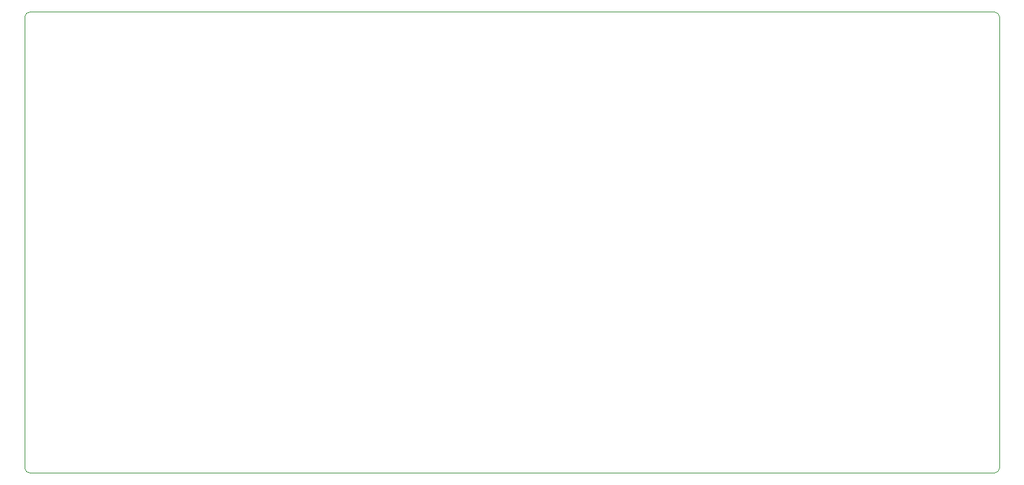
<source format=gm1>
%TF.GenerationSoftware,KiCad,Pcbnew,(5.1.9)-1*%
%TF.CreationDate,2022-04-18T12:46:42-05:00*%
%TF.ProjectId,Controllers,436f6e74-726f-46c6-9c65-72732e6b6963,rev?*%
%TF.SameCoordinates,Original*%
%TF.FileFunction,Profile,NP*%
%FSLAX46Y46*%
G04 Gerber Fmt 4.6, Leading zero omitted, Abs format (unit mm)*
G04 Created by KiCad (PCBNEW (5.1.9)-1) date 2022-04-18 12:46:42*
%MOMM*%
%LPD*%
G01*
G04 APERTURE LIST*
%TA.AperFunction,Profile*%
%ADD10C,0.100000*%
%TD*%
G04 APERTURE END LIST*
D10*
X133985000Y-22225000D02*
G75*
G02*
X134620000Y-22860000I0J-635000D01*
G01*
X134620000Y-78740000D02*
G75*
G02*
X133985000Y-79375000I-635000J0D01*
G01*
X14605000Y-79375000D02*
G75*
G02*
X13970000Y-78740000I0J635000D01*
G01*
X13970000Y-22860000D02*
G75*
G02*
X14605000Y-22225000I635000J0D01*
G01*
X134620000Y-22860000D02*
X134620000Y-78740000D01*
X14605000Y-22225000D02*
X133985000Y-22225000D01*
X13970000Y-78740000D02*
X13970000Y-22860000D01*
X133985000Y-79375000D02*
X14605000Y-79375000D01*
M02*

</source>
